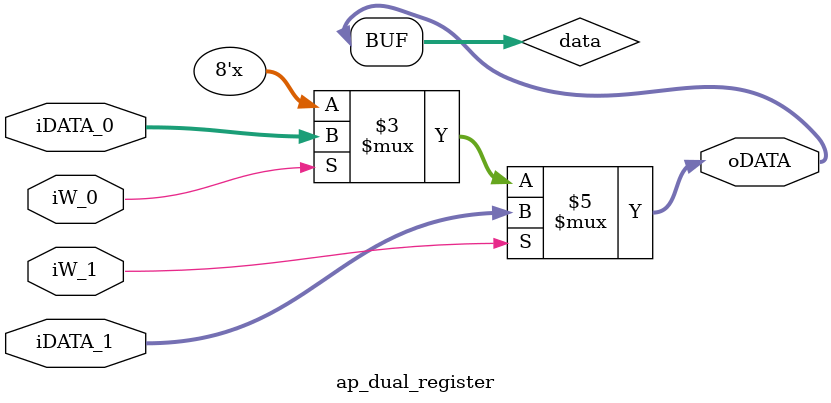
<source format=v>
module ap_dual_register(
	input wire iW_0,
	input wire [7:0] iDATA_0,
	input wire iW_1,
	input wire [7:0] iDATA_1,
	output wire [7:0] oDATA
);
	reg [7:0] data = 8'h00;

	assign oDATA = data;

	always @ (iW_0 or iW_1) begin
		if (iW_0) 
			data <= iDATA_0;
		if (iW_1) 
			data <= iDATA_1;
	end

endmodule
</source>
